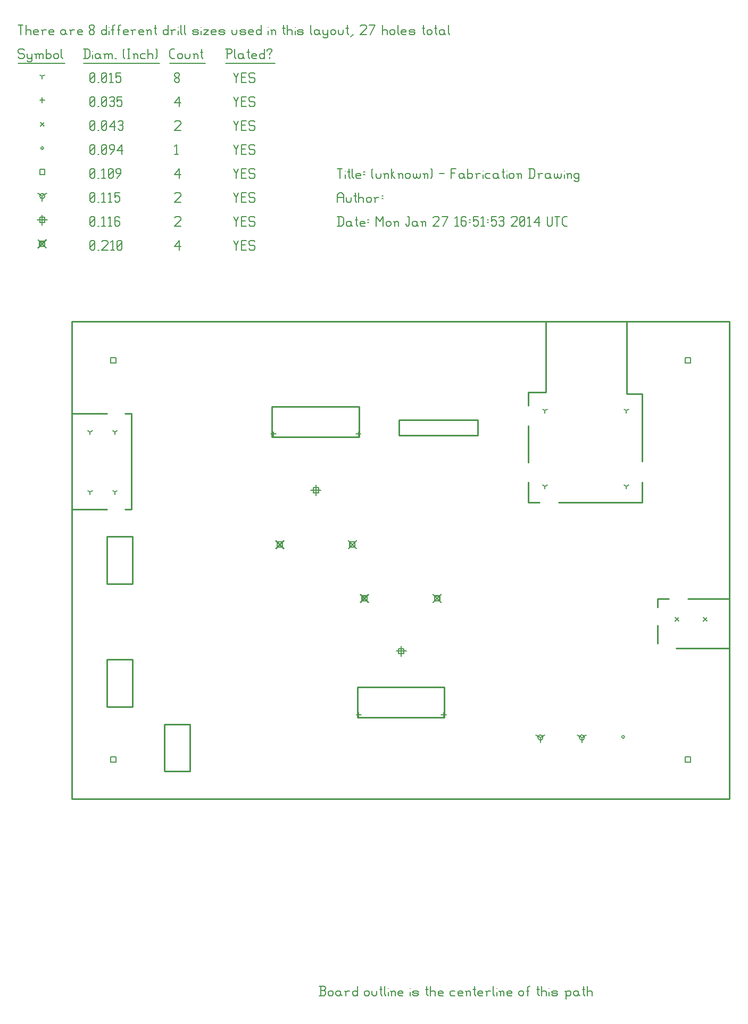
<source format=gbr>
G04 start of page 12 for group -3984 idx -3984 *
G04 Title: (unknown), fab *
G04 Creator: pcb 20110918 *
G04 CreationDate: Mon Jan 27 16:51:53 2014 UTC *
G04 For: fosse *
G04 Format: Gerber/RS-274X *
G04 PCB-Dimensions: 550000 450000 *
G04 PCB-Coordinate-Origin: lower left *
%MOIN*%
%FSLAX25Y25*%
%LNFAB*%
%ADD143C,0.0100*%
%ADD142C,0.0075*%
%ADD141C,0.0060*%
%ADD140R,0.0080X0.0080*%
%ADD139C,0.0001*%
G54D139*G36*
X260010Y242206D02*X265376Y236840D01*
X264810Y236274D01*
X259444Y241640D01*
X260010Y242206D01*
G37*
G36*
X259444Y236840D02*X264810Y242206D01*
X265376Y241640D01*
X260010Y236274D01*
X259444Y236840D01*
G37*
G54D140*X260810Y240840D02*X264010D01*
X260810D02*Y237640D01*
X264010D01*
Y240840D02*Y237640D01*
G54D139*G36*
X214510Y242206D02*X219876Y236840D01*
X219310Y236274D01*
X213944Y241640D01*
X214510Y242206D01*
G37*
G36*
X213944Y236840D02*X219310Y242206D01*
X219876Y241640D01*
X214510Y236274D01*
X213944Y236840D01*
G37*
G54D140*X215310Y240840D02*X218510D01*
X215310D02*Y237640D01*
X218510D01*
Y240840D02*Y237640D01*
G54D139*G36*
X206950Y275966D02*X212316Y270600D01*
X211750Y270034D01*
X206384Y275400D01*
X206950Y275966D01*
G37*
G36*
X206384Y270600D02*X211750Y275966D01*
X212316Y275400D01*
X206950Y270034D01*
X206384Y270600D01*
G37*
G54D140*X207750Y274600D02*X210950D01*
X207750D02*Y271400D01*
X210950D01*
Y274600D02*Y271400D01*
G54D139*G36*
X161450Y275966D02*X166816Y270600D01*
X166250Y270034D01*
X160884Y275400D01*
X161450Y275966D01*
G37*
G36*
X160884Y270600D02*X166250Y275966D01*
X166816Y275400D01*
X161450Y270034D01*
X160884Y270600D01*
G37*
G54D140*X162250Y274600D02*X165450D01*
X162250D02*Y271400D01*
X165450D01*
Y274600D02*Y271400D01*
G54D139*G36*
X12600Y464216D02*X17966Y458850D01*
X17400Y458284D01*
X12034Y463650D01*
X12600Y464216D01*
G37*
G36*
X12034Y458850D02*X17400Y464216D01*
X17966Y463650D01*
X12600Y458284D01*
X12034Y458850D01*
G37*
G54D140*X13400Y462850D02*X16600D01*
X13400D02*Y459650D01*
X16600D01*
Y462850D02*Y459650D01*
G54D141*X135000Y463500D02*X136500Y460500D01*
X138000Y463500D01*
X136500Y460500D02*Y457500D01*
X139800Y460800D02*X142050D01*
X139800Y457500D02*X142800D01*
X139800Y463500D02*Y457500D01*
Y463500D02*X142800D01*
X147600D02*X148350Y462750D01*
X145350Y463500D02*X147600D01*
X144600Y462750D02*X145350Y463500D01*
X144600Y462750D02*Y461250D01*
X145350Y460500D01*
X147600D01*
X148350Y459750D01*
Y458250D01*
X147600Y457500D02*X148350Y458250D01*
X145350Y457500D02*X147600D01*
X144600Y458250D02*X145350Y457500D01*
X98000Y459750D02*X101000Y463500D01*
X98000Y459750D02*X101750D01*
X101000Y463500D02*Y457500D01*
X45000Y458250D02*X45750Y457500D01*
X45000Y462750D02*Y458250D01*
Y462750D02*X45750Y463500D01*
X47250D01*
X48000Y462750D01*
Y458250D01*
X47250Y457500D02*X48000Y458250D01*
X45750Y457500D02*X47250D01*
X45000Y459000D02*X48000Y462000D01*
X49800Y457500D02*X50550D01*
X52350Y462750D02*X53100Y463500D01*
X55350D01*
X56100Y462750D01*
Y461250D01*
X52350Y457500D02*X56100Y461250D01*
X52350Y457500D02*X56100D01*
X57900Y462300D02*X59100Y463500D01*
Y457500D01*
X57900D02*X60150D01*
X61950Y458250D02*X62700Y457500D01*
X61950Y462750D02*Y458250D01*
Y462750D02*X62700Y463500D01*
X64200D01*
X64950Y462750D01*
Y458250D01*
X64200Y457500D02*X64950Y458250D01*
X62700Y457500D02*X64200D01*
X61950Y459000D02*X64950Y462000D01*
X239910Y209440D02*Y203040D01*
X236710Y206240D02*X243110D01*
X238310Y207840D02*X241510D01*
X238310D02*Y204640D01*
X241510D01*
Y207840D02*Y204640D01*
X186500Y310200D02*Y303800D01*
X183300Y307000D02*X189700D01*
X184900Y308600D02*X188100D01*
X184900D02*Y305400D01*
X188100D01*
Y308600D02*Y305400D01*
X15000Y479450D02*Y473050D01*
X11800Y476250D02*X18200D01*
X13400Y477850D02*X16600D01*
X13400D02*Y474650D01*
X16600D01*
Y477850D02*Y474650D01*
X135000Y478500D02*X136500Y475500D01*
X138000Y478500D01*
X136500Y475500D02*Y472500D01*
X139800Y475800D02*X142050D01*
X139800Y472500D02*X142800D01*
X139800Y478500D02*Y472500D01*
Y478500D02*X142800D01*
X147600D02*X148350Y477750D01*
X145350Y478500D02*X147600D01*
X144600Y477750D02*X145350Y478500D01*
X144600Y477750D02*Y476250D01*
X145350Y475500D01*
X147600D01*
X148350Y474750D01*
Y473250D01*
X147600Y472500D02*X148350Y473250D01*
X145350Y472500D02*X147600D01*
X144600Y473250D02*X145350Y472500D01*
X98000Y477750D02*X98750Y478500D01*
X101000D01*
X101750Y477750D01*
Y476250D01*
X98000Y472500D02*X101750Y476250D01*
X98000Y472500D02*X101750D01*
X45000Y473250D02*X45750Y472500D01*
X45000Y477750D02*Y473250D01*
Y477750D02*X45750Y478500D01*
X47250D01*
X48000Y477750D01*
Y473250D01*
X47250Y472500D02*X48000Y473250D01*
X45750Y472500D02*X47250D01*
X45000Y474000D02*X48000Y477000D01*
X49800Y472500D02*X50550D01*
X52350Y477300D02*X53550Y478500D01*
Y472500D01*
X52350D02*X54600D01*
X56400Y477300D02*X57600Y478500D01*
Y472500D01*
X56400D02*X58650D01*
X62700Y478500D02*X63450Y477750D01*
X61200Y478500D02*X62700D01*
X60450Y477750D02*X61200Y478500D01*
X60450Y477750D02*Y473250D01*
X61200Y472500D01*
X62700Y475800D02*X63450Y475050D01*
X60450Y475800D02*X62700D01*
X61200Y472500D02*X62700D01*
X63450Y473250D01*
Y475050D02*Y473250D01*
X327110Y152090D02*Y148890D01*
Y152090D02*X329883Y153690D01*
X327110Y152090D02*X324337Y153690D01*
X325510Y152090D02*G75*G03X328710Y152090I1600J0D01*G01*
G75*G03X325510Y152090I-1600J0D01*G01*
X353110D02*Y148890D01*
Y152090D02*X355883Y153690D01*
X353110Y152090D02*X350337Y153690D01*
X351510Y152090D02*G75*G03X354710Y152090I1600J0D01*G01*
G75*G03X351510Y152090I-1600J0D01*G01*
X15000Y491250D02*Y488050D01*
Y491250D02*X17773Y492850D01*
X15000Y491250D02*X12227Y492850D01*
X13400Y491250D02*G75*G03X16600Y491250I1600J0D01*G01*
G75*G03X13400Y491250I-1600J0D01*G01*
X135000Y493500D02*X136500Y490500D01*
X138000Y493500D01*
X136500Y490500D02*Y487500D01*
X139800Y490800D02*X142050D01*
X139800Y487500D02*X142800D01*
X139800Y493500D02*Y487500D01*
Y493500D02*X142800D01*
X147600D02*X148350Y492750D01*
X145350Y493500D02*X147600D01*
X144600Y492750D02*X145350Y493500D01*
X144600Y492750D02*Y491250D01*
X145350Y490500D01*
X147600D01*
X148350Y489750D01*
Y488250D01*
X147600Y487500D02*X148350Y488250D01*
X145350Y487500D02*X147600D01*
X144600Y488250D02*X145350Y487500D01*
X98000Y492750D02*X98750Y493500D01*
X101000D01*
X101750Y492750D01*
Y491250D01*
X98000Y487500D02*X101750Y491250D01*
X98000Y487500D02*X101750D01*
X45000Y488250D02*X45750Y487500D01*
X45000Y492750D02*Y488250D01*
Y492750D02*X45750Y493500D01*
X47250D01*
X48000Y492750D01*
Y488250D01*
X47250Y487500D02*X48000Y488250D01*
X45750Y487500D02*X47250D01*
X45000Y489000D02*X48000Y492000D01*
X49800Y487500D02*X50550D01*
X52350Y492300D02*X53550Y493500D01*
Y487500D01*
X52350D02*X54600D01*
X56400Y492300D02*X57600Y493500D01*
Y487500D01*
X56400D02*X58650D01*
X60450Y493500D02*X63450D01*
X60450D02*Y490500D01*
X61200Y491250D01*
X62700D01*
X63450Y490500D01*
Y488250D01*
X62700Y487500D02*X63450Y488250D01*
X61200Y487500D02*X62700D01*
X60450Y488250D02*X61200Y487500D01*
X58000Y389900D02*X61200D01*
X58000D02*Y386700D01*
X61200D01*
Y389900D02*Y386700D01*
X418000Y389900D02*X421200D01*
X418000D02*Y386700D01*
X421200D01*
Y389900D02*Y386700D01*
X58000Y139900D02*X61200D01*
X58000D02*Y136700D01*
X61200D01*
Y139900D02*Y136700D01*
X418000Y139900D02*X421200D01*
X418000D02*Y136700D01*
X421200D01*
Y139900D02*Y136700D01*
X13400Y507850D02*X16600D01*
X13400D02*Y504650D01*
X16600D01*
Y507850D02*Y504650D01*
X135000Y508500D02*X136500Y505500D01*
X138000Y508500D01*
X136500Y505500D02*Y502500D01*
X139800Y505800D02*X142050D01*
X139800Y502500D02*X142800D01*
X139800Y508500D02*Y502500D01*
Y508500D02*X142800D01*
X147600D02*X148350Y507750D01*
X145350Y508500D02*X147600D01*
X144600Y507750D02*X145350Y508500D01*
X144600Y507750D02*Y506250D01*
X145350Y505500D01*
X147600D01*
X148350Y504750D01*
Y503250D01*
X147600Y502500D02*X148350Y503250D01*
X145350Y502500D02*X147600D01*
X144600Y503250D02*X145350Y502500D01*
X98000Y504750D02*X101000Y508500D01*
X98000Y504750D02*X101750D01*
X101000Y508500D02*Y502500D01*
X45000Y503250D02*X45750Y502500D01*
X45000Y507750D02*Y503250D01*
Y507750D02*X45750Y508500D01*
X47250D01*
X48000Y507750D01*
Y503250D01*
X47250Y502500D02*X48000Y503250D01*
X45750Y502500D02*X47250D01*
X45000Y504000D02*X48000Y507000D01*
X49800Y502500D02*X50550D01*
X52350Y507300D02*X53550Y508500D01*
Y502500D01*
X52350D02*X54600D01*
X56400Y503250D02*X57150Y502500D01*
X56400Y507750D02*Y503250D01*
Y507750D02*X57150Y508500D01*
X58650D01*
X59400Y507750D01*
Y503250D01*
X58650Y502500D02*X59400Y503250D01*
X57150Y502500D02*X58650D01*
X56400Y504000D02*X59400Y507000D01*
X61950Y502500D02*X64200Y505500D01*
Y507750D02*Y505500D01*
X63450Y508500D02*X64200Y507750D01*
X61950Y508500D02*X63450D01*
X61200Y507750D02*X61950Y508500D01*
X61200Y507750D02*Y506250D01*
X61950Y505500D01*
X64200D01*
X378200Y152500D02*G75*G03X379800Y152500I800J0D01*G01*
G75*G03X378200Y152500I-800J0D01*G01*
X14200Y521250D02*G75*G03X15800Y521250I800J0D01*G01*
G75*G03X14200Y521250I-800J0D01*G01*
X135000Y523500D02*X136500Y520500D01*
X138000Y523500D01*
X136500Y520500D02*Y517500D01*
X139800Y520800D02*X142050D01*
X139800Y517500D02*X142800D01*
X139800Y523500D02*Y517500D01*
Y523500D02*X142800D01*
X147600D02*X148350Y522750D01*
X145350Y523500D02*X147600D01*
X144600Y522750D02*X145350Y523500D01*
X144600Y522750D02*Y521250D01*
X145350Y520500D01*
X147600D01*
X148350Y519750D01*
Y518250D01*
X147600Y517500D02*X148350Y518250D01*
X145350Y517500D02*X147600D01*
X144600Y518250D02*X145350Y517500D01*
X98000Y522300D02*X99200Y523500D01*
Y517500D01*
X98000D02*X100250D01*
X45000Y518250D02*X45750Y517500D01*
X45000Y522750D02*Y518250D01*
Y522750D02*X45750Y523500D01*
X47250D01*
X48000Y522750D01*
Y518250D01*
X47250Y517500D02*X48000Y518250D01*
X45750Y517500D02*X47250D01*
X45000Y519000D02*X48000Y522000D01*
X49800Y517500D02*X50550D01*
X52350Y518250D02*X53100Y517500D01*
X52350Y522750D02*Y518250D01*
Y522750D02*X53100Y523500D01*
X54600D01*
X55350Y522750D01*
Y518250D01*
X54600Y517500D02*X55350Y518250D01*
X53100Y517500D02*X54600D01*
X52350Y519000D02*X55350Y522000D01*
X57900Y517500D02*X60150Y520500D01*
Y522750D02*Y520500D01*
X59400Y523500D02*X60150Y522750D01*
X57900Y523500D02*X59400D01*
X57150Y522750D02*X57900Y523500D01*
X57150Y522750D02*Y521250D01*
X57900Y520500D01*
X60150D01*
X61950Y519750D02*X64950Y523500D01*
X61950Y519750D02*X65700D01*
X64950Y523500D02*Y517500D01*
X429127Y227456D02*X431527Y225056D01*
X429127D02*X431527Y227456D01*
X411410D02*X413810Y225056D01*
X411410D02*X413810Y227456D01*
X13800Y537450D02*X16200Y535050D01*
X13800D02*X16200Y537450D01*
X135000Y538500D02*X136500Y535500D01*
X138000Y538500D01*
X136500Y535500D02*Y532500D01*
X139800Y535800D02*X142050D01*
X139800Y532500D02*X142800D01*
X139800Y538500D02*Y532500D01*
Y538500D02*X142800D01*
X147600D02*X148350Y537750D01*
X145350Y538500D02*X147600D01*
X144600Y537750D02*X145350Y538500D01*
X144600Y537750D02*Y536250D01*
X145350Y535500D01*
X147600D01*
X148350Y534750D01*
Y533250D01*
X147600Y532500D02*X148350Y533250D01*
X145350Y532500D02*X147600D01*
X144600Y533250D02*X145350Y532500D01*
X98000Y537750D02*X98750Y538500D01*
X101000D01*
X101750Y537750D01*
Y536250D01*
X98000Y532500D02*X101750Y536250D01*
X98000Y532500D02*X101750D01*
X45000Y533250D02*X45750Y532500D01*
X45000Y537750D02*Y533250D01*
Y537750D02*X45750Y538500D01*
X47250D01*
X48000Y537750D01*
Y533250D01*
X47250Y532500D02*X48000Y533250D01*
X45750Y532500D02*X47250D01*
X45000Y534000D02*X48000Y537000D01*
X49800Y532500D02*X50550D01*
X52350Y533250D02*X53100Y532500D01*
X52350Y537750D02*Y533250D01*
Y537750D02*X53100Y538500D01*
X54600D01*
X55350Y537750D01*
Y533250D01*
X54600Y532500D02*X55350Y533250D01*
X53100Y532500D02*X54600D01*
X52350Y534000D02*X55350Y537000D01*
X57150Y534750D02*X60150Y538500D01*
X57150Y534750D02*X60900D01*
X60150Y538500D02*Y532500D01*
X62700Y537750D02*X63450Y538500D01*
X64950D01*
X65700Y537750D01*
X64950Y532500D02*X65700Y533250D01*
X63450Y532500D02*X64950D01*
X62700Y533250D02*X63450Y532500D01*
Y535800D02*X64950D01*
X65700Y537750D02*Y536550D01*
Y535050D02*Y533250D01*
Y535050D02*X64950Y535800D01*
X65700Y536550D02*X64950Y535800D01*
X266485Y168044D02*Y164844D01*
X264885Y166444D02*X268085D01*
X213335Y168044D02*Y164844D01*
X211735Y166444D02*X214935D01*
X213076Y343806D02*Y340606D01*
X211476Y342206D02*X214676D01*
X159926Y343806D02*Y340606D01*
X158326Y342206D02*X161526D01*
X15000Y552850D02*Y549650D01*
X13400Y551250D02*X16600D01*
X135000Y553500D02*X136500Y550500D01*
X138000Y553500D01*
X136500Y550500D02*Y547500D01*
X139800Y550800D02*X142050D01*
X139800Y547500D02*X142800D01*
X139800Y553500D02*Y547500D01*
Y553500D02*X142800D01*
X147600D02*X148350Y552750D01*
X145350Y553500D02*X147600D01*
X144600Y552750D02*X145350Y553500D01*
X144600Y552750D02*Y551250D01*
X145350Y550500D01*
X147600D01*
X148350Y549750D01*
Y548250D01*
X147600Y547500D02*X148350Y548250D01*
X145350Y547500D02*X147600D01*
X144600Y548250D02*X145350Y547500D01*
X98000Y549750D02*X101000Y553500D01*
X98000Y549750D02*X101750D01*
X101000Y553500D02*Y547500D01*
X45000Y548250D02*X45750Y547500D01*
X45000Y552750D02*Y548250D01*
Y552750D02*X45750Y553500D01*
X47250D01*
X48000Y552750D01*
Y548250D01*
X47250Y547500D02*X48000Y548250D01*
X45750Y547500D02*X47250D01*
X45000Y549000D02*X48000Y552000D01*
X49800Y547500D02*X50550D01*
X52350Y548250D02*X53100Y547500D01*
X52350Y552750D02*Y548250D01*
Y552750D02*X53100Y553500D01*
X54600D01*
X55350Y552750D01*
Y548250D01*
X54600Y547500D02*X55350Y548250D01*
X53100Y547500D02*X54600D01*
X52350Y549000D02*X55350Y552000D01*
X57150Y552750D02*X57900Y553500D01*
X59400D01*
X60150Y552750D01*
X59400Y547500D02*X60150Y548250D01*
X57900Y547500D02*X59400D01*
X57150Y548250D02*X57900Y547500D01*
Y550800D02*X59400D01*
X60150Y552750D02*Y551550D01*
Y550050D02*Y548250D01*
Y550050D02*X59400Y550800D01*
X60150Y551550D02*X59400Y550800D01*
X61950Y553500D02*X64950D01*
X61950D02*Y550500D01*
X62700Y551250D01*
X64200D01*
X64950Y550500D01*
Y548250D01*
X64200Y547500D02*X64950Y548250D01*
X62700Y547500D02*X64200D01*
X61950Y548250D02*X62700Y547500D01*
X45000Y306000D02*Y304400D01*
Y306000D02*X46387Y306800D01*
X45000Y306000D02*X43613Y306800D01*
X60500Y306000D02*Y304400D01*
Y306000D02*X61887Y306800D01*
X60500Y306000D02*X59113Y306800D01*
X60500Y343500D02*Y341900D01*
Y343500D02*X61887Y344300D01*
X60500Y343500D02*X59113Y344300D01*
X45000Y343500D02*Y341900D01*
Y343500D02*X46387Y344300D01*
X45000Y343500D02*X43613Y344300D01*
X330000Y309500D02*Y307900D01*
Y309500D02*X331387Y310300D01*
X330000Y309500D02*X328613Y310300D01*
X381000Y309500D02*Y307900D01*
Y309500D02*X382387Y310300D01*
X381000Y309500D02*X379613Y310300D01*
X381000Y357000D02*Y355400D01*
Y357000D02*X382387Y357800D01*
X381000Y357000D02*X379613Y357800D01*
X330000Y357000D02*Y355400D01*
Y357000D02*X331387Y357800D01*
X330000Y357000D02*X328613Y357800D01*
X15000Y566250D02*Y564650D01*
Y566250D02*X16387Y567050D01*
X15000Y566250D02*X13613Y567050D01*
X135000Y568500D02*X136500Y565500D01*
X138000Y568500D01*
X136500Y565500D02*Y562500D01*
X139800Y565800D02*X142050D01*
X139800Y562500D02*X142800D01*
X139800Y568500D02*Y562500D01*
Y568500D02*X142800D01*
X147600D02*X148350Y567750D01*
X145350Y568500D02*X147600D01*
X144600Y567750D02*X145350Y568500D01*
X144600Y567750D02*Y566250D01*
X145350Y565500D01*
X147600D01*
X148350Y564750D01*
Y563250D01*
X147600Y562500D02*X148350Y563250D01*
X145350Y562500D02*X147600D01*
X144600Y563250D02*X145350Y562500D01*
X98000Y563250D02*X98750Y562500D01*
X98000Y564450D02*Y563250D01*
Y564450D02*X99050Y565500D01*
X99950D01*
X101000Y564450D01*
Y563250D01*
X100250Y562500D02*X101000Y563250D01*
X98750Y562500D02*X100250D01*
X98000Y566550D02*X99050Y565500D01*
X98000Y567750D02*Y566550D01*
Y567750D02*X98750Y568500D01*
X100250D01*
X101000Y567750D01*
Y566550D01*
X99950Y565500D02*X101000Y566550D01*
X45000Y563250D02*X45750Y562500D01*
X45000Y567750D02*Y563250D01*
Y567750D02*X45750Y568500D01*
X47250D01*
X48000Y567750D01*
Y563250D01*
X47250Y562500D02*X48000Y563250D01*
X45750Y562500D02*X47250D01*
X45000Y564000D02*X48000Y567000D01*
X49800Y562500D02*X50550D01*
X52350Y563250D02*X53100Y562500D01*
X52350Y567750D02*Y563250D01*
Y567750D02*X53100Y568500D01*
X54600D01*
X55350Y567750D01*
Y563250D01*
X54600Y562500D02*X55350Y563250D01*
X53100Y562500D02*X54600D01*
X52350Y564000D02*X55350Y567000D01*
X57150Y567300D02*X58350Y568500D01*
Y562500D01*
X57150D02*X59400D01*
X61200Y568500D02*X64200D01*
X61200D02*Y565500D01*
X61950Y566250D01*
X63450D01*
X64200Y565500D01*
Y563250D01*
X63450Y562500D02*X64200Y563250D01*
X61950Y562500D02*X63450D01*
X61200Y563250D02*X61950Y562500D01*
X3000Y583500D02*X3750Y582750D01*
X750Y583500D02*X3000D01*
X0Y582750D02*X750Y583500D01*
X0Y582750D02*Y581250D01*
X750Y580500D01*
X3000D01*
X3750Y579750D01*
Y578250D01*
X3000Y577500D02*X3750Y578250D01*
X750Y577500D02*X3000D01*
X0Y578250D02*X750Y577500D01*
X5550Y580500D02*Y578250D01*
X6300Y577500D01*
X8550Y580500D02*Y576000D01*
X7800Y575250D02*X8550Y576000D01*
X6300Y575250D02*X7800D01*
X5550Y576000D02*X6300Y575250D01*
Y577500D02*X7800D01*
X8550Y578250D01*
X11100Y579750D02*Y577500D01*
Y579750D02*X11850Y580500D01*
X12600D01*
X13350Y579750D01*
Y577500D01*
Y579750D02*X14100Y580500D01*
X14850D01*
X15600Y579750D01*
Y577500D01*
X10350Y580500D02*X11100Y579750D01*
X17400Y583500D02*Y577500D01*
Y578250D02*X18150Y577500D01*
X19650D01*
X20400Y578250D01*
Y579750D02*Y578250D01*
X19650Y580500D02*X20400Y579750D01*
X18150Y580500D02*X19650D01*
X17400Y579750D02*X18150Y580500D01*
X22200Y579750D02*Y578250D01*
Y579750D02*X22950Y580500D01*
X24450D01*
X25200Y579750D01*
Y578250D01*
X24450Y577500D02*X25200Y578250D01*
X22950Y577500D02*X24450D01*
X22200Y578250D02*X22950Y577500D01*
X27000Y583500D02*Y578250D01*
X27750Y577500D01*
X0Y574250D02*X29250D01*
X41750Y583500D02*Y577500D01*
X43700Y583500D02*X44750Y582450D01*
Y578550D01*
X43700Y577500D02*X44750Y578550D01*
X41000Y577500D02*X43700D01*
X41000Y583500D02*X43700D01*
G54D142*X46550Y582000D02*Y581850D01*
G54D141*Y579750D02*Y577500D01*
X50300Y580500D02*X51050Y579750D01*
X48800Y580500D02*X50300D01*
X48050Y579750D02*X48800Y580500D01*
X48050Y579750D02*Y578250D01*
X48800Y577500D01*
X51050Y580500D02*Y578250D01*
X51800Y577500D01*
X48800D02*X50300D01*
X51050Y578250D01*
X54350Y579750D02*Y577500D01*
Y579750D02*X55100Y580500D01*
X55850D01*
X56600Y579750D01*
Y577500D01*
Y579750D02*X57350Y580500D01*
X58100D01*
X58850Y579750D01*
Y577500D01*
X53600Y580500D02*X54350Y579750D01*
X60650Y577500D02*X61400D01*
X65900Y578250D02*X66650Y577500D01*
X65900Y582750D02*X66650Y583500D01*
X65900Y582750D02*Y578250D01*
X68450Y583500D02*X69950D01*
X69200D02*Y577500D01*
X68450D02*X69950D01*
X72500Y579750D02*Y577500D01*
Y579750D02*X73250Y580500D01*
X74000D01*
X74750Y579750D01*
Y577500D01*
X71750Y580500D02*X72500Y579750D01*
X77300Y580500D02*X79550D01*
X76550Y579750D02*X77300Y580500D01*
X76550Y579750D02*Y578250D01*
X77300Y577500D01*
X79550D01*
X81350Y583500D02*Y577500D01*
Y579750D02*X82100Y580500D01*
X83600D01*
X84350Y579750D01*
Y577500D01*
X86150Y583500D02*X86900Y582750D01*
Y578250D01*
X86150Y577500D02*X86900Y578250D01*
X41000Y574250D02*X88700D01*
X96050Y577500D02*X98000D01*
X95000Y578550D02*X96050Y577500D01*
X95000Y582450D02*Y578550D01*
Y582450D02*X96050Y583500D01*
X98000D01*
X99800Y579750D02*Y578250D01*
Y579750D02*X100550Y580500D01*
X102050D01*
X102800Y579750D01*
Y578250D01*
X102050Y577500D02*X102800Y578250D01*
X100550Y577500D02*X102050D01*
X99800Y578250D02*X100550Y577500D01*
X104600Y580500D02*Y578250D01*
X105350Y577500D01*
X106850D01*
X107600Y578250D01*
Y580500D02*Y578250D01*
X110150Y579750D02*Y577500D01*
Y579750D02*X110900Y580500D01*
X111650D01*
X112400Y579750D01*
Y577500D01*
X109400Y580500D02*X110150Y579750D01*
X114950Y583500D02*Y578250D01*
X115700Y577500D01*
X114200Y581250D02*X115700D01*
X95000Y574250D02*X117200D01*
X130750Y583500D02*Y577500D01*
X130000Y583500D02*X133000D01*
X133750Y582750D01*
Y581250D01*
X133000Y580500D02*X133750Y581250D01*
X130750Y580500D02*X133000D01*
X135550Y583500D02*Y578250D01*
X136300Y577500D01*
X140050Y580500D02*X140800Y579750D01*
X138550Y580500D02*X140050D01*
X137800Y579750D02*X138550Y580500D01*
X137800Y579750D02*Y578250D01*
X138550Y577500D01*
X140800Y580500D02*Y578250D01*
X141550Y577500D01*
X138550D02*X140050D01*
X140800Y578250D01*
X144100Y583500D02*Y578250D01*
X144850Y577500D01*
X143350Y581250D02*X144850D01*
X147100Y577500D02*X149350D01*
X146350Y578250D02*X147100Y577500D01*
X146350Y579750D02*Y578250D01*
Y579750D02*X147100Y580500D01*
X148600D01*
X149350Y579750D01*
X146350Y579000D02*X149350D01*
Y579750D02*Y579000D01*
X154150Y583500D02*Y577500D01*
X153400D02*X154150Y578250D01*
X151900Y577500D02*X153400D01*
X151150Y578250D02*X151900Y577500D01*
X151150Y579750D02*Y578250D01*
Y579750D02*X151900Y580500D01*
X153400D01*
X154150Y579750D01*
X157450Y580500D02*Y579750D01*
Y578250D02*Y577500D01*
X155950Y582750D02*Y582000D01*
Y582750D02*X156700Y583500D01*
X158200D01*
X158950Y582750D01*
Y582000D01*
X157450Y580500D02*X158950Y582000D01*
X130000Y574250D02*X160750D01*
X0Y598500D02*X3000D01*
X1500D02*Y592500D01*
X4800Y598500D02*Y592500D01*
Y594750D02*X5550Y595500D01*
X7050D01*
X7800Y594750D01*
Y592500D01*
X10350D02*X12600D01*
X9600Y593250D02*X10350Y592500D01*
X9600Y594750D02*Y593250D01*
Y594750D02*X10350Y595500D01*
X11850D01*
X12600Y594750D01*
X9600Y594000D02*X12600D01*
Y594750D02*Y594000D01*
X15150Y594750D02*Y592500D01*
Y594750D02*X15900Y595500D01*
X17400D01*
X14400D02*X15150Y594750D01*
X19950Y592500D02*X22200D01*
X19200Y593250D02*X19950Y592500D01*
X19200Y594750D02*Y593250D01*
Y594750D02*X19950Y595500D01*
X21450D01*
X22200Y594750D01*
X19200Y594000D02*X22200D01*
Y594750D02*Y594000D01*
X28950Y595500D02*X29700Y594750D01*
X27450Y595500D02*X28950D01*
X26700Y594750D02*X27450Y595500D01*
X26700Y594750D02*Y593250D01*
X27450Y592500D01*
X29700Y595500D02*Y593250D01*
X30450Y592500D01*
X27450D02*X28950D01*
X29700Y593250D01*
X33000Y594750D02*Y592500D01*
Y594750D02*X33750Y595500D01*
X35250D01*
X32250D02*X33000Y594750D01*
X37800Y592500D02*X40050D01*
X37050Y593250D02*X37800Y592500D01*
X37050Y594750D02*Y593250D01*
Y594750D02*X37800Y595500D01*
X39300D01*
X40050Y594750D01*
X37050Y594000D02*X40050D01*
Y594750D02*Y594000D01*
X44550Y593250D02*X45300Y592500D01*
X44550Y594450D02*Y593250D01*
Y594450D02*X45600Y595500D01*
X46500D01*
X47550Y594450D01*
Y593250D01*
X46800Y592500D02*X47550Y593250D01*
X45300Y592500D02*X46800D01*
X44550Y596550D02*X45600Y595500D01*
X44550Y597750D02*Y596550D01*
Y597750D02*X45300Y598500D01*
X46800D01*
X47550Y597750D01*
Y596550D01*
X46500Y595500D02*X47550Y596550D01*
X55050Y598500D02*Y592500D01*
X54300D02*X55050Y593250D01*
X52800Y592500D02*X54300D01*
X52050Y593250D02*X52800Y592500D01*
X52050Y594750D02*Y593250D01*
Y594750D02*X52800Y595500D01*
X54300D01*
X55050Y594750D01*
G54D142*X56850Y597000D02*Y596850D01*
G54D141*Y594750D02*Y592500D01*
X59100Y597750D02*Y592500D01*
Y597750D02*X59850Y598500D01*
X60600D01*
X58350Y595500D02*X59850D01*
X62850Y597750D02*Y592500D01*
Y597750D02*X63600Y598500D01*
X64350D01*
X62100Y595500D02*X63600D01*
X66600Y592500D02*X68850D01*
X65850Y593250D02*X66600Y592500D01*
X65850Y594750D02*Y593250D01*
Y594750D02*X66600Y595500D01*
X68100D01*
X68850Y594750D01*
X65850Y594000D02*X68850D01*
Y594750D02*Y594000D01*
X71400Y594750D02*Y592500D01*
Y594750D02*X72150Y595500D01*
X73650D01*
X70650D02*X71400Y594750D01*
X76200Y592500D02*X78450D01*
X75450Y593250D02*X76200Y592500D01*
X75450Y594750D02*Y593250D01*
Y594750D02*X76200Y595500D01*
X77700D01*
X78450Y594750D01*
X75450Y594000D02*X78450D01*
Y594750D02*Y594000D01*
X81000Y594750D02*Y592500D01*
Y594750D02*X81750Y595500D01*
X82500D01*
X83250Y594750D01*
Y592500D01*
X80250Y595500D02*X81000Y594750D01*
X85800Y598500D02*Y593250D01*
X86550Y592500D01*
X85050Y596250D02*X86550D01*
X93750Y598500D02*Y592500D01*
X93000D02*X93750Y593250D01*
X91500Y592500D02*X93000D01*
X90750Y593250D02*X91500Y592500D01*
X90750Y594750D02*Y593250D01*
Y594750D02*X91500Y595500D01*
X93000D01*
X93750Y594750D01*
X96300D02*Y592500D01*
Y594750D02*X97050Y595500D01*
X98550D01*
X95550D02*X96300Y594750D01*
G54D142*X100350Y597000D02*Y596850D01*
G54D141*Y594750D02*Y592500D01*
X101850Y598500D02*Y593250D01*
X102600Y592500D01*
X104100Y598500D02*Y593250D01*
X104850Y592500D01*
X109800D02*X112050D01*
X112800Y593250D01*
X112050Y594000D02*X112800Y593250D01*
X109800Y594000D02*X112050D01*
X109050Y594750D02*X109800Y594000D01*
X109050Y594750D02*X109800Y595500D01*
X112050D01*
X112800Y594750D01*
X109050Y593250D02*X109800Y592500D01*
G54D142*X114600Y597000D02*Y596850D01*
G54D141*Y594750D02*Y592500D01*
X116100Y595500D02*X119100D01*
X116100Y592500D02*X119100Y595500D01*
X116100Y592500D02*X119100D01*
X121650D02*X123900D01*
X120900Y593250D02*X121650Y592500D01*
X120900Y594750D02*Y593250D01*
Y594750D02*X121650Y595500D01*
X123150D01*
X123900Y594750D01*
X120900Y594000D02*X123900D01*
Y594750D02*Y594000D01*
X126450Y592500D02*X128700D01*
X129450Y593250D01*
X128700Y594000D02*X129450Y593250D01*
X126450Y594000D02*X128700D01*
X125700Y594750D02*X126450Y594000D01*
X125700Y594750D02*X126450Y595500D01*
X128700D01*
X129450Y594750D01*
X125700Y593250D02*X126450Y592500D01*
X133950Y595500D02*Y593250D01*
X134700Y592500D01*
X136200D01*
X136950Y593250D01*
Y595500D02*Y593250D01*
X139500Y592500D02*X141750D01*
X142500Y593250D01*
X141750Y594000D02*X142500Y593250D01*
X139500Y594000D02*X141750D01*
X138750Y594750D02*X139500Y594000D01*
X138750Y594750D02*X139500Y595500D01*
X141750D01*
X142500Y594750D01*
X138750Y593250D02*X139500Y592500D01*
X145050D02*X147300D01*
X144300Y593250D02*X145050Y592500D01*
X144300Y594750D02*Y593250D01*
Y594750D02*X145050Y595500D01*
X146550D01*
X147300Y594750D01*
X144300Y594000D02*X147300D01*
Y594750D02*Y594000D01*
X152100Y598500D02*Y592500D01*
X151350D02*X152100Y593250D01*
X149850Y592500D02*X151350D01*
X149100Y593250D02*X149850Y592500D01*
X149100Y594750D02*Y593250D01*
Y594750D02*X149850Y595500D01*
X151350D01*
X152100Y594750D01*
G54D142*X156600Y597000D02*Y596850D01*
G54D141*Y594750D02*Y592500D01*
X158850Y594750D02*Y592500D01*
Y594750D02*X159600Y595500D01*
X160350D01*
X161100Y594750D01*
Y592500D01*
X158100Y595500D02*X158850Y594750D01*
X166350Y598500D02*Y593250D01*
X167100Y592500D01*
X165600Y596250D02*X167100D01*
X168600Y598500D02*Y592500D01*
Y594750D02*X169350Y595500D01*
X170850D01*
X171600Y594750D01*
Y592500D01*
G54D142*X173400Y597000D02*Y596850D01*
G54D141*Y594750D02*Y592500D01*
X175650D02*X177900D01*
X178650Y593250D01*
X177900Y594000D02*X178650Y593250D01*
X175650Y594000D02*X177900D01*
X174900Y594750D02*X175650Y594000D01*
X174900Y594750D02*X175650Y595500D01*
X177900D01*
X178650Y594750D01*
X174900Y593250D02*X175650Y592500D01*
X183150Y598500D02*Y593250D01*
X183900Y592500D01*
X187650Y595500D02*X188400Y594750D01*
X186150Y595500D02*X187650D01*
X185400Y594750D02*X186150Y595500D01*
X185400Y594750D02*Y593250D01*
X186150Y592500D01*
X188400Y595500D02*Y593250D01*
X189150Y592500D01*
X186150D02*X187650D01*
X188400Y593250D01*
X190950Y595500D02*Y593250D01*
X191700Y592500D01*
X193950Y595500D02*Y591000D01*
X193200Y590250D02*X193950Y591000D01*
X191700Y590250D02*X193200D01*
X190950Y591000D02*X191700Y590250D01*
Y592500D02*X193200D01*
X193950Y593250D01*
X195750Y594750D02*Y593250D01*
Y594750D02*X196500Y595500D01*
X198000D01*
X198750Y594750D01*
Y593250D01*
X198000Y592500D02*X198750Y593250D01*
X196500Y592500D02*X198000D01*
X195750Y593250D02*X196500Y592500D01*
X200550Y595500D02*Y593250D01*
X201300Y592500D01*
X202800D01*
X203550Y593250D01*
Y595500D02*Y593250D01*
X206100Y598500D02*Y593250D01*
X206850Y592500D01*
X205350Y596250D02*X206850D01*
X208350Y591000D02*X209850Y592500D01*
X214350Y597750D02*X215100Y598500D01*
X217350D01*
X218100Y597750D01*
Y596250D01*
X214350Y592500D02*X218100Y596250D01*
X214350Y592500D02*X218100D01*
X220650D02*X223650Y598500D01*
X219900D02*X223650D01*
X228150D02*Y592500D01*
Y594750D02*X228900Y595500D01*
X230400D01*
X231150Y594750D01*
Y592500D01*
X232950Y594750D02*Y593250D01*
Y594750D02*X233700Y595500D01*
X235200D01*
X235950Y594750D01*
Y593250D01*
X235200Y592500D02*X235950Y593250D01*
X233700Y592500D02*X235200D01*
X232950Y593250D02*X233700Y592500D01*
X237750Y598500D02*Y593250D01*
X238500Y592500D01*
X240750D02*X243000D01*
X240000Y593250D02*X240750Y592500D01*
X240000Y594750D02*Y593250D01*
Y594750D02*X240750Y595500D01*
X242250D01*
X243000Y594750D01*
X240000Y594000D02*X243000D01*
Y594750D02*Y594000D01*
X245550Y592500D02*X247800D01*
X248550Y593250D01*
X247800Y594000D02*X248550Y593250D01*
X245550Y594000D02*X247800D01*
X244800Y594750D02*X245550Y594000D01*
X244800Y594750D02*X245550Y595500D01*
X247800D01*
X248550Y594750D01*
X244800Y593250D02*X245550Y592500D01*
X253800Y598500D02*Y593250D01*
X254550Y592500D01*
X253050Y596250D02*X254550D01*
X256050Y594750D02*Y593250D01*
Y594750D02*X256800Y595500D01*
X258300D01*
X259050Y594750D01*
Y593250D01*
X258300Y592500D02*X259050Y593250D01*
X256800Y592500D02*X258300D01*
X256050Y593250D02*X256800Y592500D01*
X261600Y598500D02*Y593250D01*
X262350Y592500D01*
X260850Y596250D02*X262350D01*
X266100Y595500D02*X266850Y594750D01*
X264600Y595500D02*X266100D01*
X263850Y594750D02*X264600Y595500D01*
X263850Y594750D02*Y593250D01*
X264600Y592500D01*
X266850Y595500D02*Y593250D01*
X267600Y592500D01*
X264600D02*X266100D01*
X266850Y593250D01*
X269400Y598500D02*Y593250D01*
X270150Y592500D01*
G54D143*X55500Y278000D02*X71500D01*
Y248500D01*
X55500D01*
Y278000D01*
X159000Y359500D02*Y340500D01*
X213500D01*
Y359500D01*
X159000D01*
X238500Y351000D02*X288000D01*
Y341500D01*
X238500D01*
Y351000D01*
X55500Y201000D02*X71500D01*
Y171500D01*
X55500D01*
Y201000D01*
X91500Y160500D02*X107500D01*
Y131000D01*
X91500D01*
Y160500D01*
X212409Y183738D02*Y164738D01*
X266909D01*
Y183738D01*
X212409D01*
X33600Y113800D02*Y412800D01*
X445600D01*
Y113800D01*
X33600D01*
X71000Y295000D02*Y355000D01*
X381200Y412800D02*Y367200D01*
X391000D01*
X319500Y368500D02*X330100D01*
X319500D02*X330600D01*
Y412800D01*
X71000Y295000D02*X67000D01*
X33600D02*X55400D01*
X71000Y355000D02*X67000D01*
X33600D02*X55400D01*
X391000Y299500D02*Y312000D01*
Y367200D02*Y325000D01*
X319500Y312000D02*Y299500D01*
X400600Y238900D02*X407500D01*
X419700D02*X445600D01*
Y208100D02*X412300D01*
X400600Y211000D02*Y222200D01*
Y238900D02*Y233800D01*
X319500Y324500D02*Y347200D01*
Y368500D02*Y360000D01*
X391000Y299500D02*X338500D01*
X319500D02*X326500D01*
G54D141*X188675Y-9500D02*X191675D01*
X192425Y-8750D01*
Y-6950D02*Y-8750D01*
X191675Y-6200D02*X192425Y-6950D01*
X189425Y-6200D02*X191675D01*
X189425Y-3500D02*Y-9500D01*
X188675Y-3500D02*X191675D01*
X192425Y-4250D01*
Y-5450D01*
X191675Y-6200D02*X192425Y-5450D01*
X194225Y-7250D02*Y-8750D01*
Y-7250D02*X194975Y-6500D01*
X196475D01*
X197225Y-7250D01*
Y-8750D01*
X196475Y-9500D02*X197225Y-8750D01*
X194975Y-9500D02*X196475D01*
X194225Y-8750D02*X194975Y-9500D01*
X201275Y-6500D02*X202025Y-7250D01*
X199775Y-6500D02*X201275D01*
X199025Y-7250D02*X199775Y-6500D01*
X199025Y-7250D02*Y-8750D01*
X199775Y-9500D01*
X202025Y-6500D02*Y-8750D01*
X202775Y-9500D01*
X199775D02*X201275D01*
X202025Y-8750D01*
X205325Y-7250D02*Y-9500D01*
Y-7250D02*X206075Y-6500D01*
X207575D01*
X204575D02*X205325Y-7250D01*
X212375Y-3500D02*Y-9500D01*
X211625D02*X212375Y-8750D01*
X210125Y-9500D02*X211625D01*
X209375Y-8750D02*X210125Y-9500D01*
X209375Y-7250D02*Y-8750D01*
Y-7250D02*X210125Y-6500D01*
X211625D01*
X212375Y-7250D01*
X216875D02*Y-8750D01*
Y-7250D02*X217625Y-6500D01*
X219125D01*
X219875Y-7250D01*
Y-8750D01*
X219125Y-9500D02*X219875Y-8750D01*
X217625Y-9500D02*X219125D01*
X216875Y-8750D02*X217625Y-9500D01*
X221675Y-6500D02*Y-8750D01*
X222425Y-9500D01*
X223925D01*
X224675Y-8750D01*
Y-6500D02*Y-8750D01*
X227225Y-3500D02*Y-8750D01*
X227975Y-9500D01*
X226475Y-5750D02*X227975D01*
X229475Y-3500D02*Y-8750D01*
X230225Y-9500D01*
G54D142*X231725Y-5000D02*Y-5150D01*
G54D141*Y-7250D02*Y-9500D01*
X233975Y-7250D02*Y-9500D01*
Y-7250D02*X234725Y-6500D01*
X235475D01*
X236225Y-7250D01*
Y-9500D01*
X233225Y-6500D02*X233975Y-7250D01*
X238775Y-9500D02*X241025D01*
X238025Y-8750D02*X238775Y-9500D01*
X238025Y-7250D02*Y-8750D01*
Y-7250D02*X238775Y-6500D01*
X240275D01*
X241025Y-7250D01*
X238025Y-8000D02*X241025D01*
Y-7250D02*Y-8000D01*
G54D142*X245525Y-5000D02*Y-5150D01*
G54D141*Y-7250D02*Y-9500D01*
X247775D02*X250025D01*
X250775Y-8750D01*
X250025Y-8000D02*X250775Y-8750D01*
X247775Y-8000D02*X250025D01*
X247025Y-7250D02*X247775Y-8000D01*
X247025Y-7250D02*X247775Y-6500D01*
X250025D01*
X250775Y-7250D01*
X247025Y-8750D02*X247775Y-9500D01*
X256025Y-3500D02*Y-8750D01*
X256775Y-9500D01*
X255275Y-5750D02*X256775D01*
X258275Y-3500D02*Y-9500D01*
Y-7250D02*X259025Y-6500D01*
X260525D01*
X261275Y-7250D01*
Y-9500D01*
X263825D02*X266075D01*
X263075Y-8750D02*X263825Y-9500D01*
X263075Y-7250D02*Y-8750D01*
Y-7250D02*X263825Y-6500D01*
X265325D01*
X266075Y-7250D01*
X263075Y-8000D02*X266075D01*
Y-7250D02*Y-8000D01*
X271325Y-6500D02*X273575D01*
X270575Y-7250D02*X271325Y-6500D01*
X270575Y-7250D02*Y-8750D01*
X271325Y-9500D01*
X273575D01*
X276125D02*X278375D01*
X275375Y-8750D02*X276125Y-9500D01*
X275375Y-7250D02*Y-8750D01*
Y-7250D02*X276125Y-6500D01*
X277625D01*
X278375Y-7250D01*
X275375Y-8000D02*X278375D01*
Y-7250D02*Y-8000D01*
X280925Y-7250D02*Y-9500D01*
Y-7250D02*X281675Y-6500D01*
X282425D01*
X283175Y-7250D01*
Y-9500D01*
X280175Y-6500D02*X280925Y-7250D01*
X285725Y-3500D02*Y-8750D01*
X286475Y-9500D01*
X284975Y-5750D02*X286475D01*
X288725Y-9500D02*X290975D01*
X287975Y-8750D02*X288725Y-9500D01*
X287975Y-7250D02*Y-8750D01*
Y-7250D02*X288725Y-6500D01*
X290225D01*
X290975Y-7250D01*
X287975Y-8000D02*X290975D01*
Y-7250D02*Y-8000D01*
X293525Y-7250D02*Y-9500D01*
Y-7250D02*X294275Y-6500D01*
X295775D01*
X292775D02*X293525Y-7250D01*
X297575Y-3500D02*Y-8750D01*
X298325Y-9500D01*
G54D142*X299825Y-5000D02*Y-5150D01*
G54D141*Y-7250D02*Y-9500D01*
X302075Y-7250D02*Y-9500D01*
Y-7250D02*X302825Y-6500D01*
X303575D01*
X304325Y-7250D01*
Y-9500D01*
X301325Y-6500D02*X302075Y-7250D01*
X306875Y-9500D02*X309125D01*
X306125Y-8750D02*X306875Y-9500D01*
X306125Y-7250D02*Y-8750D01*
Y-7250D02*X306875Y-6500D01*
X308375D01*
X309125Y-7250D01*
X306125Y-8000D02*X309125D01*
Y-7250D02*Y-8000D01*
X313625Y-7250D02*Y-8750D01*
Y-7250D02*X314375Y-6500D01*
X315875D01*
X316625Y-7250D01*
Y-8750D01*
X315875Y-9500D02*X316625Y-8750D01*
X314375Y-9500D02*X315875D01*
X313625Y-8750D02*X314375Y-9500D01*
X319175Y-4250D02*Y-9500D01*
Y-4250D02*X319925Y-3500D01*
X320675D01*
X318425Y-6500D02*X319925D01*
X325625Y-3500D02*Y-8750D01*
X326375Y-9500D01*
X324875Y-5750D02*X326375D01*
X327875Y-3500D02*Y-9500D01*
Y-7250D02*X328625Y-6500D01*
X330125D01*
X330875Y-7250D01*
Y-9500D01*
G54D142*X332675Y-5000D02*Y-5150D01*
G54D141*Y-7250D02*Y-9500D01*
X334925D02*X337175D01*
X337925Y-8750D01*
X337175Y-8000D02*X337925Y-8750D01*
X334925Y-8000D02*X337175D01*
X334175Y-7250D02*X334925Y-8000D01*
X334175Y-7250D02*X334925Y-6500D01*
X337175D01*
X337925Y-7250D01*
X334175Y-8750D02*X334925Y-9500D01*
X343175Y-7250D02*Y-11750D01*
X342425Y-6500D02*X343175Y-7250D01*
X343925Y-6500D01*
X345425D01*
X346175Y-7250D01*
Y-8750D01*
X345425Y-9500D02*X346175Y-8750D01*
X343925Y-9500D02*X345425D01*
X343175Y-8750D02*X343925Y-9500D01*
X350225Y-6500D02*X350975Y-7250D01*
X348725Y-6500D02*X350225D01*
X347975Y-7250D02*X348725Y-6500D01*
X347975Y-7250D02*Y-8750D01*
X348725Y-9500D01*
X350975Y-6500D02*Y-8750D01*
X351725Y-9500D01*
X348725D02*X350225D01*
X350975Y-8750D01*
X354275Y-3500D02*Y-8750D01*
X355025Y-9500D01*
X353525Y-5750D02*X355025D01*
X356525Y-3500D02*Y-9500D01*
Y-7250D02*X357275Y-6500D01*
X358775D01*
X359525Y-7250D01*
Y-9500D01*
X200750Y478500D02*Y472500D01*
X202700Y478500D02*X203750Y477450D01*
Y473550D01*
X202700Y472500D02*X203750Y473550D01*
X200000Y472500D02*X202700D01*
X200000Y478500D02*X202700D01*
X207800Y475500D02*X208550Y474750D01*
X206300Y475500D02*X207800D01*
X205550Y474750D02*X206300Y475500D01*
X205550Y474750D02*Y473250D01*
X206300Y472500D01*
X208550Y475500D02*Y473250D01*
X209300Y472500D01*
X206300D02*X207800D01*
X208550Y473250D01*
X211850Y478500D02*Y473250D01*
X212600Y472500D01*
X211100Y476250D02*X212600D01*
X214850Y472500D02*X217100D01*
X214100Y473250D02*X214850Y472500D01*
X214100Y474750D02*Y473250D01*
Y474750D02*X214850Y475500D01*
X216350D01*
X217100Y474750D01*
X214100Y474000D02*X217100D01*
Y474750D02*Y474000D01*
X218900Y476250D02*X219650D01*
X218900Y474750D02*X219650D01*
X224150Y478500D02*Y472500D01*
Y478500D02*X226400Y475500D01*
X228650Y478500D01*
Y472500D01*
X230450Y474750D02*Y473250D01*
Y474750D02*X231200Y475500D01*
X232700D01*
X233450Y474750D01*
Y473250D01*
X232700Y472500D02*X233450Y473250D01*
X231200Y472500D02*X232700D01*
X230450Y473250D02*X231200Y472500D01*
X236000Y474750D02*Y472500D01*
Y474750D02*X236750Y475500D01*
X237500D01*
X238250Y474750D01*
Y472500D01*
X235250Y475500D02*X236000Y474750D01*
X243800Y478500D02*X245000D01*
Y473250D01*
X244250Y472500D02*X245000Y473250D01*
X243500Y472500D02*X244250D01*
X242750Y473250D02*X243500Y472500D01*
X242750Y474000D02*Y473250D01*
X249050Y475500D02*X249800Y474750D01*
X247550Y475500D02*X249050D01*
X246800Y474750D02*X247550Y475500D01*
X246800Y474750D02*Y473250D01*
X247550Y472500D01*
X249800Y475500D02*Y473250D01*
X250550Y472500D01*
X247550D02*X249050D01*
X249800Y473250D01*
X253100Y474750D02*Y472500D01*
Y474750D02*X253850Y475500D01*
X254600D01*
X255350Y474750D01*
Y472500D01*
X252350Y475500D02*X253100Y474750D01*
X259850Y477750D02*X260600Y478500D01*
X262850D01*
X263600Y477750D01*
Y476250D01*
X259850Y472500D02*X263600Y476250D01*
X259850Y472500D02*X263600D01*
X266150D02*X269150Y478500D01*
X265400D02*X269150D01*
X273650Y477300D02*X274850Y478500D01*
Y472500D01*
X273650D02*X275900D01*
X279950Y478500D02*X280700Y477750D01*
X278450Y478500D02*X279950D01*
X277700Y477750D02*X278450Y478500D01*
X277700Y477750D02*Y473250D01*
X278450Y472500D01*
X279950Y475800D02*X280700Y475050D01*
X277700Y475800D02*X279950D01*
X278450Y472500D02*X279950D01*
X280700Y473250D01*
Y475050D02*Y473250D01*
X282500Y476250D02*X283250D01*
X282500Y474750D02*X283250D01*
X285050Y478500D02*X288050D01*
X285050D02*Y475500D01*
X285800Y476250D01*
X287300D01*
X288050Y475500D01*
Y473250D01*
X287300Y472500D02*X288050Y473250D01*
X285800Y472500D02*X287300D01*
X285050Y473250D02*X285800Y472500D01*
X289850Y477300D02*X291050Y478500D01*
Y472500D01*
X289850D02*X292100D01*
X293900Y476250D02*X294650D01*
X293900Y474750D02*X294650D01*
X296450Y478500D02*X299450D01*
X296450D02*Y475500D01*
X297200Y476250D01*
X298700D01*
X299450Y475500D01*
Y473250D01*
X298700Y472500D02*X299450Y473250D01*
X297200Y472500D02*X298700D01*
X296450Y473250D02*X297200Y472500D01*
X301250Y477750D02*X302000Y478500D01*
X303500D01*
X304250Y477750D01*
X303500Y472500D02*X304250Y473250D01*
X302000Y472500D02*X303500D01*
X301250Y473250D02*X302000Y472500D01*
Y475800D02*X303500D01*
X304250Y477750D02*Y476550D01*
Y475050D02*Y473250D01*
Y475050D02*X303500Y475800D01*
X304250Y476550D02*X303500Y475800D01*
X308750Y477750D02*X309500Y478500D01*
X311750D01*
X312500Y477750D01*
Y476250D01*
X308750Y472500D02*X312500Y476250D01*
X308750Y472500D02*X312500D01*
X314300Y473250D02*X315050Y472500D01*
X314300Y477750D02*Y473250D01*
Y477750D02*X315050Y478500D01*
X316550D01*
X317300Y477750D01*
Y473250D01*
X316550Y472500D02*X317300Y473250D01*
X315050Y472500D02*X316550D01*
X314300Y474000D02*X317300Y477000D01*
X319100Y477300D02*X320300Y478500D01*
Y472500D01*
X319100D02*X321350D01*
X323150Y474750D02*X326150Y478500D01*
X323150Y474750D02*X326900D01*
X326150Y478500D02*Y472500D01*
X331400Y478500D02*Y473250D01*
X332150Y472500D01*
X333650D01*
X334400Y473250D01*
Y478500D02*Y473250D01*
X336200Y478500D02*X339200D01*
X337700D02*Y472500D01*
X342050D02*X344000D01*
X341000Y473550D02*X342050Y472500D01*
X341000Y477450D02*Y473550D01*
Y477450D02*X342050Y478500D01*
X344000D01*
X200000Y492000D02*Y487500D01*
Y492000D02*X201050Y493500D01*
X202700D01*
X203750Y492000D01*
Y487500D01*
X200000Y490500D02*X203750D01*
X205550D02*Y488250D01*
X206300Y487500D01*
X207800D01*
X208550Y488250D01*
Y490500D02*Y488250D01*
X211100Y493500D02*Y488250D01*
X211850Y487500D01*
X210350Y491250D02*X211850D01*
X213350Y493500D02*Y487500D01*
Y489750D02*X214100Y490500D01*
X215600D01*
X216350Y489750D01*
Y487500D01*
X218150Y489750D02*Y488250D01*
Y489750D02*X218900Y490500D01*
X220400D01*
X221150Y489750D01*
Y488250D01*
X220400Y487500D02*X221150Y488250D01*
X218900Y487500D02*X220400D01*
X218150Y488250D02*X218900Y487500D01*
X223700Y489750D02*Y487500D01*
Y489750D02*X224450Y490500D01*
X225950D01*
X222950D02*X223700Y489750D01*
X227750Y491250D02*X228500D01*
X227750Y489750D02*X228500D01*
X200000Y508500D02*X203000D01*
X201500D02*Y502500D01*
G54D142*X204800Y507000D02*Y506850D01*
G54D141*Y504750D02*Y502500D01*
X207050Y508500D02*Y503250D01*
X207800Y502500D01*
X206300Y506250D02*X207800D01*
X209300Y508500D02*Y503250D01*
X210050Y502500D01*
X212300D02*X214550D01*
X211550Y503250D02*X212300Y502500D01*
X211550Y504750D02*Y503250D01*
Y504750D02*X212300Y505500D01*
X213800D01*
X214550Y504750D01*
X211550Y504000D02*X214550D01*
Y504750D02*Y504000D01*
X216350Y506250D02*X217100D01*
X216350Y504750D02*X217100D01*
X221600Y503250D02*X222350Y502500D01*
X221600Y507750D02*X222350Y508500D01*
X221600Y507750D02*Y503250D01*
X224150Y505500D02*Y503250D01*
X224900Y502500D01*
X226400D01*
X227150Y503250D01*
Y505500D02*Y503250D01*
X229700Y504750D02*Y502500D01*
Y504750D02*X230450Y505500D01*
X231200D01*
X231950Y504750D01*
Y502500D01*
X228950Y505500D02*X229700Y504750D01*
X233750Y508500D02*Y502500D01*
Y504750D02*X236000Y502500D01*
X233750Y504750D02*X235250Y506250D01*
X238550Y504750D02*Y502500D01*
Y504750D02*X239300Y505500D01*
X240050D01*
X240800Y504750D01*
Y502500D01*
X237800Y505500D02*X238550Y504750D01*
X242600D02*Y503250D01*
Y504750D02*X243350Y505500D01*
X244850D01*
X245600Y504750D01*
Y503250D01*
X244850Y502500D02*X245600Y503250D01*
X243350Y502500D02*X244850D01*
X242600Y503250D02*X243350Y502500D01*
X247400Y505500D02*Y503250D01*
X248150Y502500D01*
X248900D01*
X249650Y503250D01*
Y505500D02*Y503250D01*
X250400Y502500D01*
X251150D01*
X251900Y503250D01*
Y505500D02*Y503250D01*
X254450Y504750D02*Y502500D01*
Y504750D02*X255200Y505500D01*
X255950D01*
X256700Y504750D01*
Y502500D01*
X253700Y505500D02*X254450Y504750D01*
X258500Y508500D02*X259250Y507750D01*
Y503250D01*
X258500Y502500D02*X259250Y503250D01*
X263750Y505500D02*X266750D01*
X271250Y508500D02*Y502500D01*
Y508500D02*X274250D01*
X271250Y505800D02*X273500D01*
X278300Y505500D02*X279050Y504750D01*
X276800Y505500D02*X278300D01*
X276050Y504750D02*X276800Y505500D01*
X276050Y504750D02*Y503250D01*
X276800Y502500D01*
X279050Y505500D02*Y503250D01*
X279800Y502500D01*
X276800D02*X278300D01*
X279050Y503250D01*
X281600Y508500D02*Y502500D01*
Y503250D02*X282350Y502500D01*
X283850D01*
X284600Y503250D01*
Y504750D02*Y503250D01*
X283850Y505500D02*X284600Y504750D01*
X282350Y505500D02*X283850D01*
X281600Y504750D02*X282350Y505500D01*
X287150Y504750D02*Y502500D01*
Y504750D02*X287900Y505500D01*
X289400D01*
X286400D02*X287150Y504750D01*
G54D142*X291200Y507000D02*Y506850D01*
G54D141*Y504750D02*Y502500D01*
X293450Y505500D02*X295700D01*
X292700Y504750D02*X293450Y505500D01*
X292700Y504750D02*Y503250D01*
X293450Y502500D01*
X295700D01*
X299750Y505500D02*X300500Y504750D01*
X298250Y505500D02*X299750D01*
X297500Y504750D02*X298250Y505500D01*
X297500Y504750D02*Y503250D01*
X298250Y502500D01*
X300500Y505500D02*Y503250D01*
X301250Y502500D01*
X298250D02*X299750D01*
X300500Y503250D01*
X303800Y508500D02*Y503250D01*
X304550Y502500D01*
X303050Y506250D02*X304550D01*
G54D142*X306050Y507000D02*Y506850D01*
G54D141*Y504750D02*Y502500D01*
X307550Y504750D02*Y503250D01*
Y504750D02*X308300Y505500D01*
X309800D01*
X310550Y504750D01*
Y503250D01*
X309800Y502500D02*X310550Y503250D01*
X308300Y502500D02*X309800D01*
X307550Y503250D02*X308300Y502500D01*
X313100Y504750D02*Y502500D01*
Y504750D02*X313850Y505500D01*
X314600D01*
X315350Y504750D01*
Y502500D01*
X312350Y505500D02*X313100Y504750D01*
X320600Y508500D02*Y502500D01*
X322550Y508500D02*X323600Y507450D01*
Y503550D01*
X322550Y502500D02*X323600Y503550D01*
X319850Y502500D02*X322550D01*
X319850Y508500D02*X322550D01*
X326150Y504750D02*Y502500D01*
Y504750D02*X326900Y505500D01*
X328400D01*
X325400D02*X326150Y504750D01*
X332450Y505500D02*X333200Y504750D01*
X330950Y505500D02*X332450D01*
X330200Y504750D02*X330950Y505500D01*
X330200Y504750D02*Y503250D01*
X330950Y502500D01*
X333200Y505500D02*Y503250D01*
X333950Y502500D01*
X330950D02*X332450D01*
X333200Y503250D01*
X335750Y505500D02*Y503250D01*
X336500Y502500D01*
X337250D01*
X338000Y503250D01*
Y505500D02*Y503250D01*
X338750Y502500D01*
X339500D01*
X340250Y503250D01*
Y505500D02*Y503250D01*
G54D142*X342050Y507000D02*Y506850D01*
G54D141*Y504750D02*Y502500D01*
X344300Y504750D02*Y502500D01*
Y504750D02*X345050Y505500D01*
X345800D01*
X346550Y504750D01*
Y502500D01*
X343550Y505500D02*X344300Y504750D01*
X350600Y505500D02*X351350Y504750D01*
X349100Y505500D02*X350600D01*
X348350Y504750D02*X349100Y505500D01*
X348350Y504750D02*Y503250D01*
X349100Y502500D01*
X350600D01*
X351350Y503250D01*
X348350Y501000D02*X349100Y500250D01*
X350600D01*
X351350Y501000D01*
Y505500D02*Y501000D01*
M02*

</source>
